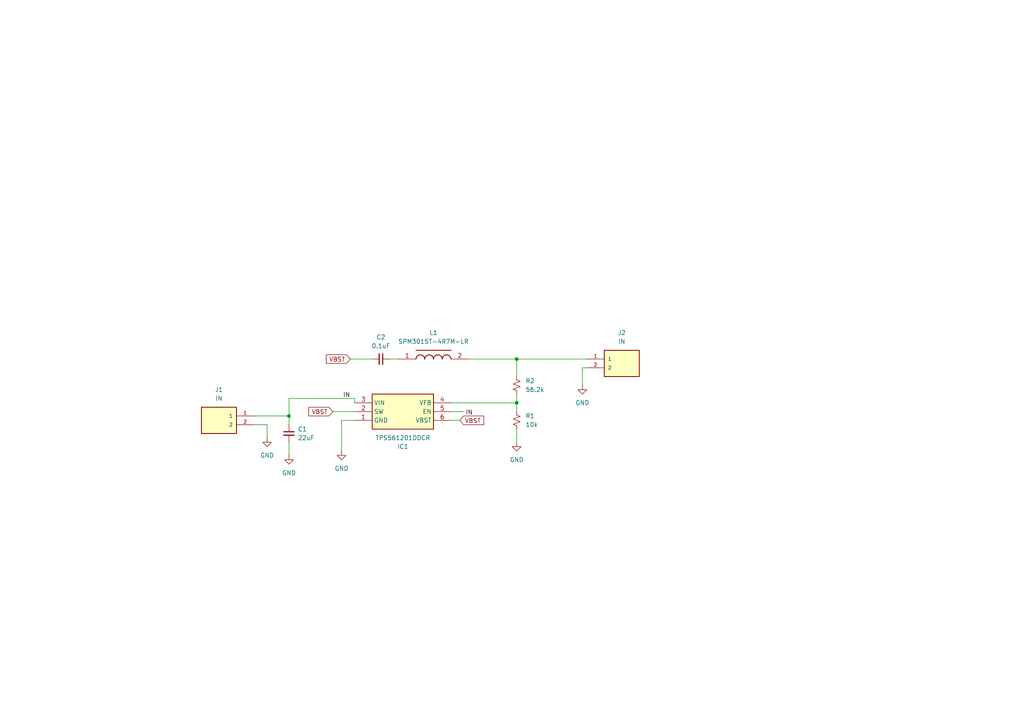
<source format=kicad_sch>
(kicad_sch
	(version 20250114)
	(generator "eeschema")
	(generator_version "9.0")
	(uuid "312815de-3602-4b5e-b476-fa3f1c6162bd")
	(paper "A4")
	(lib_symbols
		(symbol "Library:282834-2"
			(pin_names
				(offset 1.016)
			)
			(exclude_from_sim no)
			(in_bom yes)
			(on_board yes)
			(property "Reference" "J"
				(at -7.62 5.842 0)
				(effects
					(font
						(size 1.27 1.27)
					)
					(justify left bottom)
				)
			)
			(property "Value" "282834-2"
				(at -7.62 -5.08 0)
				(effects
					(font
						(size 1.27 1.27)
					)
					(justify left bottom)
				)
			)
			(property "Footprint" "282834-2:TE_282834-2"
				(at 0 0 0)
				(effects
					(font
						(size 1.27 1.27)
					)
					(justify bottom)
					(hide yes)
				)
			)
			(property "Datasheet" ""
				(at 0 0 0)
				(effects
					(font
						(size 1.27 1.27)
					)
					(hide yes)
				)
			)
			(property "Description" ""
				(at 0 0 0)
				(effects
					(font
						(size 1.27 1.27)
					)
					(hide yes)
				)
			)
			(property "MF" "buchanan te connectivity"
				(at 0 0 0)
				(effects
					(font
						(size 1.27 1.27)
					)
					(justify bottom)
					(hide yes)
				)
			)
			(property "MAXIMUM_PACKAGE_HEIGHT" "10 mm"
				(at 0 0 0)
				(effects
					(font
						(size 1.27 1.27)
					)
					(justify bottom)
					(hide yes)
				)
			)
			(property "Package" "None"
				(at 0 0 0)
				(effects
					(font
						(size 1.27 1.27)
					)
					(justify bottom)
					(hide yes)
				)
			)
			(property "Price" "None"
				(at 0 0 0)
				(effects
					(font
						(size 1.27 1.27)
					)
					(justify bottom)
					(hide yes)
				)
			)
			(property "Check_prices" "https://www.snapeda.com/parts/282834-2/Buchanan/view-part/?ref=eda"
				(at 0 0 0)
				(effects
					(font
						(size 1.27 1.27)
					)
					(justify bottom)
					(hide yes)
				)
			)
			(property "STANDARD" "Manufacturer Recommendations"
				(at 0 0 0)
				(effects
					(font
						(size 1.27 1.27)
					)
					(justify bottom)
					(hide yes)
				)
			)
			(property "PARTREV" "D"
				(at 0 0 0)
				(effects
					(font
						(size 1.27 1.27)
					)
					(justify bottom)
					(hide yes)
				)
			)
			(property "SnapEDA_Link" "https://www.snapeda.com/parts/282834-2/Buchanan/view-part/?ref=snap"
				(at 0 0 0)
				(effects
					(font
						(size 1.27 1.27)
					)
					(justify bottom)
					(hide yes)
				)
			)
			(property "MP" "282834-2"
				(at 0 0 0)
				(effects
					(font
						(size 1.27 1.27)
					)
					(justify bottom)
					(hide yes)
				)
			)
			(property "Description_1" "Terminal Block, Pcb, 2 Position, 30-16Awg; Pitch Spacing:2.54Mm; No. Of Positions:2Positions; Wire Size Awg Min:30Awg; Wire Size Awg Max:16Awg; Conductor Area Csa:1.4Mm ; Wire Connection Method:Screw; Rated Current:10A Rohs Compliant: Yes |Buchanan Te Connectivity 282834-2"
				(at 0 0 0)
				(effects
					(font
						(size 1.27 1.27)
					)
					(justify bottom)
					(hide yes)
				)
			)
			(property "MANUFACTURER" "TE Connectivity"
				(at 0 0 0)
				(effects
					(font
						(size 1.27 1.27)
					)
					(justify bottom)
					(hide yes)
				)
			)
			(property "Availability" "Not in stock"
				(at 0 0 0)
				(effects
					(font
						(size 1.27 1.27)
					)
					(justify bottom)
					(hide yes)
				)
			)
			(property "SNAPEDA_PN" "282834-2"
				(at 0 0 0)
				(effects
					(font
						(size 1.27 1.27)
					)
					(justify bottom)
					(hide yes)
				)
			)
			(symbol "282834-2_0_0"
				(rectangle
					(start -7.62 -2.54)
					(end 2.54 5.08)
					(stroke
						(width 0.254)
						(type default)
					)
					(fill
						(type background)
					)
				)
				(pin passive line
					(at 7.62 2.54 180)
					(length 5.08)
					(name "1"
						(effects
							(font
								(size 1.016 1.016)
							)
						)
					)
					(number "1"
						(effects
							(font
								(size 1.016 1.016)
							)
						)
					)
				)
				(pin passive line
					(at 7.62 0 180)
					(length 5.08)
					(name "2"
						(effects
							(font
								(size 1.016 1.016)
							)
						)
					)
					(number "2"
						(effects
							(font
								(size 1.016 1.016)
							)
						)
					)
				)
			)
			(embedded_fonts no)
		)
		(symbol "Library:C_Small"
			(pin_numbers
				(hide yes)
			)
			(pin_names
				(offset 0.254)
				(hide yes)
			)
			(exclude_from_sim no)
			(in_bom yes)
			(on_board yes)
			(property "Reference" "C"
				(at 0.254 1.778 0)
				(effects
					(font
						(size 1.27 1.27)
					)
					(justify left)
				)
			)
			(property "Value" "C_Small"
				(at 0.254 -2.032 0)
				(effects
					(font
						(size 1.27 1.27)
					)
					(justify left)
				)
			)
			(property "Footprint" ""
				(at 0 0 0)
				(effects
					(font
						(size 1.27 1.27)
					)
					(hide yes)
				)
			)
			(property "Datasheet" "~"
				(at 0 0 0)
				(effects
					(font
						(size 1.27 1.27)
					)
					(hide yes)
				)
			)
			(property "Description" "Unpolarized capacitor, small symbol"
				(at 0 0 0)
				(effects
					(font
						(size 1.27 1.27)
					)
					(hide yes)
				)
			)
			(property "ki_keywords" "capacitor cap"
				(at 0 0 0)
				(effects
					(font
						(size 1.27 1.27)
					)
					(hide yes)
				)
			)
			(property "ki_fp_filters" "C_*"
				(at 0 0 0)
				(effects
					(font
						(size 1.27 1.27)
					)
					(hide yes)
				)
			)
			(symbol "C_Small_0_1"
				(polyline
					(pts
						(xy -1.524 0.508) (xy 1.524 0.508)
					)
					(stroke
						(width 0.3048)
						(type default)
					)
					(fill
						(type none)
					)
				)
				(polyline
					(pts
						(xy -1.524 -0.508) (xy 1.524 -0.508)
					)
					(stroke
						(width 0.3302)
						(type default)
					)
					(fill
						(type none)
					)
				)
			)
			(symbol "C_Small_1_1"
				(pin passive line
					(at 0 2.54 270)
					(length 2.032)
					(name "~"
						(effects
							(font
								(size 1.27 1.27)
							)
						)
					)
					(number "1"
						(effects
							(font
								(size 1.27 1.27)
							)
						)
					)
				)
				(pin passive line
					(at 0 -2.54 90)
					(length 2.032)
					(name "~"
						(effects
							(font
								(size 1.27 1.27)
							)
						)
					)
					(number "2"
						(effects
							(font
								(size 1.27 1.27)
							)
						)
					)
				)
			)
			(embedded_fonts no)
		)
		(symbol "Library:GND"
			(power)
			(pin_numbers
				(hide yes)
			)
			(pin_names
				(offset 0)
				(hide yes)
			)
			(exclude_from_sim no)
			(in_bom yes)
			(on_board yes)
			(property "Reference" "#PWR"
				(at 0 -6.35 0)
				(effects
					(font
						(size 1.27 1.27)
					)
					(hide yes)
				)
			)
			(property "Value" "GND"
				(at 0 -3.81 0)
				(effects
					(font
						(size 1.27 1.27)
					)
				)
			)
			(property "Footprint" ""
				(at 0 0 0)
				(effects
					(font
						(size 1.27 1.27)
					)
					(hide yes)
				)
			)
			(property "Datasheet" ""
				(at 0 0 0)
				(effects
					(font
						(size 1.27 1.27)
					)
					(hide yes)
				)
			)
			(property "Description" "Power symbol creates a global label with name \"GND\" , ground"
				(at 0 0 0)
				(effects
					(font
						(size 1.27 1.27)
					)
					(hide yes)
				)
			)
			(property "ki_keywords" "global power"
				(at 0 0 0)
				(effects
					(font
						(size 1.27 1.27)
					)
					(hide yes)
				)
			)
			(symbol "GND_0_1"
				(polyline
					(pts
						(xy 0 0) (xy 0 -1.27) (xy 1.27 -1.27) (xy 0 -2.54) (xy -1.27 -1.27) (xy 0 -1.27)
					)
					(stroke
						(width 0)
						(type default)
					)
					(fill
						(type none)
					)
				)
			)
			(symbol "GND_1_1"
				(pin power_in line
					(at 0 0 270)
					(length 0)
					(name "~"
						(effects
							(font
								(size 1.27 1.27)
							)
						)
					)
					(number "1"
						(effects
							(font
								(size 1.27 1.27)
							)
						)
					)
				)
			)
			(embedded_fonts no)
		)
		(symbol "Library:R_Small_US"
			(pin_numbers
				(hide yes)
			)
			(pin_names
				(offset 0.254)
				(hide yes)
			)
			(exclude_from_sim no)
			(in_bom yes)
			(on_board yes)
			(property "Reference" "R"
				(at 0.762 0.508 0)
				(effects
					(font
						(size 1.27 1.27)
					)
					(justify left)
				)
			)
			(property "Value" "R_Small_US"
				(at 0.762 -1.016 0)
				(effects
					(font
						(size 1.27 1.27)
					)
					(justify left)
				)
			)
			(property "Footprint" ""
				(at 0 0 0)
				(effects
					(font
						(size 1.27 1.27)
					)
					(hide yes)
				)
			)
			(property "Datasheet" "~"
				(at 0 0 0)
				(effects
					(font
						(size 1.27 1.27)
					)
					(hide yes)
				)
			)
			(property "Description" "Resistor, small US symbol"
				(at 0 0 0)
				(effects
					(font
						(size 1.27 1.27)
					)
					(hide yes)
				)
			)
			(property "ki_keywords" "r resistor"
				(at 0 0 0)
				(effects
					(font
						(size 1.27 1.27)
					)
					(hide yes)
				)
			)
			(property "ki_fp_filters" "R_*"
				(at 0 0 0)
				(effects
					(font
						(size 1.27 1.27)
					)
					(hide yes)
				)
			)
			(symbol "R_Small_US_1_1"
				(polyline
					(pts
						(xy 0 1.524) (xy 1.016 1.143) (xy 0 0.762) (xy -1.016 0.381) (xy 0 0)
					)
					(stroke
						(width 0)
						(type default)
					)
					(fill
						(type none)
					)
				)
				(polyline
					(pts
						(xy 0 0) (xy 1.016 -0.381) (xy 0 -0.762) (xy -1.016 -1.143) (xy 0 -1.524)
					)
					(stroke
						(width 0)
						(type default)
					)
					(fill
						(type none)
					)
				)
				(pin passive line
					(at 0 2.54 270)
					(length 1.016)
					(name "~"
						(effects
							(font
								(size 1.27 1.27)
							)
						)
					)
					(number "1"
						(effects
							(font
								(size 1.27 1.27)
							)
						)
					)
				)
				(pin passive line
					(at 0 -2.54 90)
					(length 1.016)
					(name "~"
						(effects
							(font
								(size 1.27 1.27)
							)
						)
					)
					(number "2"
						(effects
							(font
								(size 1.27 1.27)
							)
						)
					)
				)
			)
			(embedded_fonts no)
		)
		(symbol "Library:SPM3015T-4R7M-LR"
			(pin_names
				(hide yes)
			)
			(exclude_from_sim no)
			(in_bom yes)
			(on_board yes)
			(property "Reference" "L"
				(at 16.51 6.35 0)
				(effects
					(font
						(size 1.27 1.27)
					)
					(justify left top)
				)
			)
			(property "Value" "SPM3015T-4R7M-LR"
				(at 16.51 3.81 0)
				(effects
					(font
						(size 1.27 1.27)
					)
					(justify left top)
				)
			)
			(property "Footprint" "SPM3010-3020"
				(at 16.51 -96.19 0)
				(effects
					(font
						(size 1.27 1.27)
					)
					(justify left top)
					(hide yes)
				)
			)
			(property "Datasheet" "https://product.tdk.com/system/files/dam/doc/product/inductor/inductor/smd/catalog/inductor_commercial_power_spm3015-lr_en.pdf"
				(at 16.51 -196.19 0)
				(effects
					(font
						(size 1.27 1.27)
					)
					(justify left top)
					(hide yes)
				)
			)
			(property "Description" "SMD / SMT Inductors (Coils), L=4.7?H, L x W x T :"
				(at 0 0 0)
				(effects
					(font
						(size 1.27 1.27)
					)
					(hide yes)
				)
			)
			(property "Height" ""
				(at 16.51 -396.19 0)
				(effects
					(font
						(size 1.27 1.27)
					)
					(justify left top)
					(hide yes)
				)
			)
			(property "Manufacturer_Name" "TDK"
				(at 16.51 -496.19 0)
				(effects
					(font
						(size 1.27 1.27)
					)
					(justify left top)
					(hide yes)
				)
			)
			(property "Manufacturer_Part_Number" "SPM3015T-4R7M-LR"
				(at 16.51 -596.19 0)
				(effects
					(font
						(size 1.27 1.27)
					)
					(justify left top)
					(hide yes)
				)
			)
			(property "Mouser Part Number" "810-SPM3015T4R7MLR"
				(at 16.51 -696.19 0)
				(effects
					(font
						(size 1.27 1.27)
					)
					(justify left top)
					(hide yes)
				)
			)
			(property "Mouser Price/Stock" "https://www.mouser.co.uk/ProductDetail/TDK/SPM3015T-4R7M-LR?qs=P8zzrVhehasUiys7exkb3g%3D%3D"
				(at 16.51 -796.19 0)
				(effects
					(font
						(size 1.27 1.27)
					)
					(justify left top)
					(hide yes)
				)
			)
			(property "Arrow Part Number" "SPM3015T-4R7M-LR"
				(at 16.51 -896.19 0)
				(effects
					(font
						(size 1.27 1.27)
					)
					(justify left top)
					(hide yes)
				)
			)
			(property "Arrow Price/Stock" "https://www.arrow.com/en/products/spm3015t-4r7m-lr/tdk?utm_currency=USD&region=nac"
				(at 16.51 -996.19 0)
				(effects
					(font
						(size 1.27 1.27)
					)
					(justify left top)
					(hide yes)
				)
			)
			(symbol "SPM3015T-4R7M-LR_1_1"
				(polyline
					(pts
						(xy 5.08 2.54) (xy 15.24 2.54)
					)
					(stroke
						(width 0.254)
						(type default)
					)
					(fill
						(type none)
					)
				)
				(arc
					(start 5.08 0)
					(mid 6.35 1.219)
					(end 7.62 0)
					(stroke
						(width 0.254)
						(type default)
					)
					(fill
						(type none)
					)
				)
				(arc
					(start 7.62 0)
					(mid 8.89 1.219)
					(end 10.16 0)
					(stroke
						(width 0.254)
						(type default)
					)
					(fill
						(type none)
					)
				)
				(arc
					(start 10.16 0)
					(mid 11.43 1.219)
					(end 12.7 0)
					(stroke
						(width 0.254)
						(type default)
					)
					(fill
						(type none)
					)
				)
				(arc
					(start 12.7 0)
					(mid 13.97 1.219)
					(end 15.24 0)
					(stroke
						(width 0.254)
						(type default)
					)
					(fill
						(type none)
					)
				)
				(pin passive line
					(at 0 0 0)
					(length 5.08)
					(name "1"
						(effects
							(font
								(size 1.27 1.27)
							)
						)
					)
					(number "1"
						(effects
							(font
								(size 1.27 1.27)
							)
						)
					)
				)
				(pin passive line
					(at 20.32 0 180)
					(length 5.08)
					(name "2"
						(effects
							(font
								(size 1.27 1.27)
							)
						)
					)
					(number "2"
						(effects
							(font
								(size 1.27 1.27)
							)
						)
					)
				)
			)
			(embedded_fonts no)
		)
		(symbol "Library:TPS561201DDCR"
			(exclude_from_sim no)
			(in_bom yes)
			(on_board yes)
			(property "Reference" "IC"
				(at 24.13 7.62 0)
				(effects
					(font
						(size 1.27 1.27)
					)
					(justify left top)
				)
			)
			(property "Value" "TPS561201DDCR"
				(at 24.13 5.08 0)
				(effects
					(font
						(size 1.27 1.27)
					)
					(justify left top)
				)
			)
			(property "Footprint" "SOT95P280X110-6N"
				(at 24.13 -94.92 0)
				(effects
					(font
						(size 1.27 1.27)
					)
					(justify left top)
					(hide yes)
				)
			)
			(property "Datasheet" "http://www.ti.com/lit/gpn/tps561201"
				(at 24.13 -194.92 0)
				(effects
					(font
						(size 1.27 1.27)
					)
					(justify left top)
					(hide yes)
				)
			)
			(property "Description" "4.5V to 17V Input, 1A Synchronous Step-Down Voltage Regulator in 6-pin SOT-23"
				(at 0 0 0)
				(effects
					(font
						(size 1.27 1.27)
					)
					(hide yes)
				)
			)
			(property "Height" "1.1"
				(at 24.13 -394.92 0)
				(effects
					(font
						(size 1.27 1.27)
					)
					(justify left top)
					(hide yes)
				)
			)
			(property "Manufacturer_Name" "Texas Instruments"
				(at 24.13 -494.92 0)
				(effects
					(font
						(size 1.27 1.27)
					)
					(justify left top)
					(hide yes)
				)
			)
			(property "Manufacturer_Part_Number" "TPS561201DDCR"
				(at 24.13 -594.92 0)
				(effects
					(font
						(size 1.27 1.27)
					)
					(justify left top)
					(hide yes)
				)
			)
			(property "Mouser Part Number" "595-TPS561201DDCR"
				(at 24.13 -694.92 0)
				(effects
					(font
						(size 1.27 1.27)
					)
					(justify left top)
					(hide yes)
				)
			)
			(property "Mouser Price/Stock" "https://www.mouser.co.uk/ProductDetail/Texas-Instruments/TPS561201DDCR?qs=5aG0NVq1C4ySUOSRQSt9MQ%3D%3D"
				(at 24.13 -794.92 0)
				(effects
					(font
						(size 1.27 1.27)
					)
					(justify left top)
					(hide yes)
				)
			)
			(property "Arrow Part Number" "TPS561201DDCR"
				(at 24.13 -894.92 0)
				(effects
					(font
						(size 1.27 1.27)
					)
					(justify left top)
					(hide yes)
				)
			)
			(property "Arrow Price/Stock" "https://www.arrow.com/en/products/tps561201ddcr/texas-instruments?utm_currency=USD&region=nac"
				(at 24.13 -994.92 0)
				(effects
					(font
						(size 1.27 1.27)
					)
					(justify left top)
					(hide yes)
				)
			)
			(symbol "TPS561201DDCR_1_1"
				(rectangle
					(start 5.08 2.54)
					(end 22.86 -7.62)
					(stroke
						(width 0.254)
						(type default)
					)
					(fill
						(type background)
					)
				)
				(pin passive line
					(at 0 0 0)
					(length 5.08)
					(name "GND"
						(effects
							(font
								(size 1.27 1.27)
							)
						)
					)
					(number "1"
						(effects
							(font
								(size 1.27 1.27)
							)
						)
					)
				)
				(pin passive line
					(at 0 -2.54 0)
					(length 5.08)
					(name "SW"
						(effects
							(font
								(size 1.27 1.27)
							)
						)
					)
					(number "2"
						(effects
							(font
								(size 1.27 1.27)
							)
						)
					)
				)
				(pin passive line
					(at 0 -5.08 0)
					(length 5.08)
					(name "VIN"
						(effects
							(font
								(size 1.27 1.27)
							)
						)
					)
					(number "3"
						(effects
							(font
								(size 1.27 1.27)
							)
						)
					)
				)
				(pin passive line
					(at 27.94 0 180)
					(length 5.08)
					(name "VBST"
						(effects
							(font
								(size 1.27 1.27)
							)
						)
					)
					(number "6"
						(effects
							(font
								(size 1.27 1.27)
							)
						)
					)
				)
				(pin passive line
					(at 27.94 -2.54 180)
					(length 5.08)
					(name "EN"
						(effects
							(font
								(size 1.27 1.27)
							)
						)
					)
					(number "5"
						(effects
							(font
								(size 1.27 1.27)
							)
						)
					)
				)
				(pin passive line
					(at 27.94 -5.08 180)
					(length 5.08)
					(name "VFB"
						(effects
							(font
								(size 1.27 1.27)
							)
						)
					)
					(number "4"
						(effects
							(font
								(size 1.27 1.27)
							)
						)
					)
				)
			)
			(embedded_fonts no)
		)
	)
	(junction
		(at 83.82 120.65)
		(diameter 0)
		(color 0 0 0 0)
		(uuid "22975c90-d409-4606-b33e-d5fe905b6299")
	)
	(junction
		(at 149.86 116.84)
		(diameter 0)
		(color 0 0 0 0)
		(uuid "43d62877-c4b0-4d94-b4fe-f20f9446a241")
	)
	(junction
		(at 149.86 104.14)
		(diameter 0)
		(color 0 0 0 0)
		(uuid "5bfb3bb6-62f5-46a4-96ff-e73a9968ff7f")
	)
	(wire
		(pts
			(xy 83.82 115.57) (xy 83.82 120.65)
		)
		(stroke
			(width 0)
			(type default)
		)
		(uuid "067d20fb-eb92-47a6-b486-615a0a6d5d5c")
	)
	(wire
		(pts
			(xy 149.86 114.3) (xy 149.86 116.84)
		)
		(stroke
			(width 0)
			(type default)
		)
		(uuid "1a86cfc8-5d16-4193-bfae-b2b5a8feb659")
	)
	(wire
		(pts
			(xy 170.18 106.68) (xy 168.91 106.68)
		)
		(stroke
			(width 0)
			(type default)
		)
		(uuid "2f901dda-bddf-4dfd-8dec-b4f8a9a441e7")
	)
	(wire
		(pts
			(xy 73.66 123.19) (xy 77.47 123.19)
		)
		(stroke
			(width 0)
			(type default)
		)
		(uuid "406d3cd4-2d59-40c7-955a-9bb6a88e3209")
	)
	(wire
		(pts
			(xy 130.81 119.38) (xy 134.62 119.38)
		)
		(stroke
			(width 0)
			(type default)
		)
		(uuid "480376cb-be7c-41ec-9944-ea0b5d7be761")
	)
	(wire
		(pts
			(xy 149.86 104.14) (xy 170.18 104.14)
		)
		(stroke
			(width 0)
			(type default)
		)
		(uuid "4a5d7991-67d3-4243-8067-af0829830787")
	)
	(wire
		(pts
			(xy 83.82 128.27) (xy 83.82 132.08)
		)
		(stroke
			(width 0)
			(type default)
		)
		(uuid "5790552e-c75b-4156-a346-0e00968490c4")
	)
	(wire
		(pts
			(xy 99.06 121.92) (xy 102.87 121.92)
		)
		(stroke
			(width 0)
			(type default)
		)
		(uuid "87ab9964-ef3f-4e24-90ae-23567dfb4927")
	)
	(wire
		(pts
			(xy 149.86 104.14) (xy 149.86 109.22)
		)
		(stroke
			(width 0)
			(type default)
		)
		(uuid "8e911da8-e188-4c7d-b2dc-7d99f343956f")
	)
	(wire
		(pts
			(xy 149.86 116.84) (xy 149.86 119.38)
		)
		(stroke
			(width 0)
			(type default)
		)
		(uuid "905b111d-b369-477e-a34a-3eb427a4e6dc")
	)
	(wire
		(pts
			(xy 101.6 104.14) (xy 107.95 104.14)
		)
		(stroke
			(width 0)
			(type default)
		)
		(uuid "9b5e2534-e068-4a76-a82e-0045ff0d199a")
	)
	(wire
		(pts
			(xy 99.06 121.92) (xy 99.06 130.81)
		)
		(stroke
			(width 0)
			(type default)
		)
		(uuid "9c514f3b-b589-4493-bde0-26352a72dca4")
	)
	(wire
		(pts
			(xy 73.66 120.65) (xy 83.82 120.65)
		)
		(stroke
			(width 0)
			(type default)
		)
		(uuid "9f5b5ca5-791c-4ffe-a753-6f277a6a45f0")
	)
	(wire
		(pts
			(xy 83.82 115.57) (xy 102.87 115.57)
		)
		(stroke
			(width 0)
			(type default)
		)
		(uuid "a3b4bb8b-9dad-4823-a576-44a3aa38b6a9")
	)
	(wire
		(pts
			(xy 149.86 124.46) (xy 149.86 128.27)
		)
		(stroke
			(width 0)
			(type default)
		)
		(uuid "a77a1ac6-ad3d-426c-a25a-857e91147a75")
	)
	(wire
		(pts
			(xy 96.52 119.38) (xy 102.87 119.38)
		)
		(stroke
			(width 0)
			(type default)
		)
		(uuid "acd5029e-fc75-4a9a-b688-b1a0441ea6a9")
	)
	(wire
		(pts
			(xy 130.81 116.84) (xy 149.86 116.84)
		)
		(stroke
			(width 0)
			(type default)
		)
		(uuid "b6d5fa72-48cf-461b-a075-46c29c7c7100")
	)
	(wire
		(pts
			(xy 77.47 123.19) (xy 77.47 127)
		)
		(stroke
			(width 0)
			(type default)
		)
		(uuid "b98a01be-963c-4319-b591-b3ca7471c456")
	)
	(wire
		(pts
			(xy 130.81 121.92) (xy 133.35 121.92)
		)
		(stroke
			(width 0)
			(type default)
		)
		(uuid "ce24713a-cab2-401b-980d-95a9fda7d1e8")
	)
	(wire
		(pts
			(xy 102.87 115.57) (xy 102.87 116.84)
		)
		(stroke
			(width 0)
			(type default)
		)
		(uuid "d169a60d-f532-4bd4-be7c-5e7cdd519f15")
	)
	(wire
		(pts
			(xy 168.91 106.68) (xy 168.91 111.76)
		)
		(stroke
			(width 0)
			(type default)
		)
		(uuid "d22bb338-89b3-4359-bf54-a7492ec5b48a")
	)
	(wire
		(pts
			(xy 113.03 104.14) (xy 115.57 104.14)
		)
		(stroke
			(width 0)
			(type default)
		)
		(uuid "d3c95268-a91d-40ad-9e7f-9c4e517fa721")
	)
	(wire
		(pts
			(xy 83.82 120.65) (xy 83.82 123.19)
		)
		(stroke
			(width 0)
			(type default)
		)
		(uuid "d8fc08f7-59fc-4aa5-a466-c85b34090cf7")
	)
	(wire
		(pts
			(xy 135.89 104.14) (xy 149.86 104.14)
		)
		(stroke
			(width 0)
			(type default)
		)
		(uuid "ff19256f-a5c6-4631-9394-14bdb0a2f40c")
	)
	(label "IN"
		(at 137.16 120.65 180)
		(effects
			(font
				(size 1.27 1.27)
			)
			(justify right bottom)
		)
		(uuid "a0c6c178-d23e-47a2-81ff-3fc1b635fc82")
	)
	(label "IN"
		(at 101.6 115.57 180)
		(effects
			(font
				(size 1.27 1.27)
			)
			(justify right bottom)
		)
		(uuid "b08b1e27-9d88-4c07-b321-d1082f48f34a")
	)
	(label ""
		(at 134.62 119.38 180)
		(effects
			(font
				(size 1.27 1.27)
			)
			(justify right bottom)
		)
		(uuid "f13b352d-6c8d-49c0-85ce-31f8238f63fe")
	)
	(global_label "VBST"
		(shape input)
		(at 101.6 104.14 180)
		(fields_autoplaced yes)
		(effects
			(font
				(size 1.27 1.27)
			)
			(justify right)
		)
		(uuid "086f4696-ea40-4407-b5fe-ccf03d3851bd")
		(property "Intersheetrefs" "${INTERSHEET_REFS}"
			(at 94.0791 104.14 0)
			(effects
				(font
					(size 1.27 1.27)
				)
				(justify right)
				(hide yes)
			)
		)
	)
	(global_label "VBST"
		(shape input)
		(at 96.52 119.38 180)
		(fields_autoplaced yes)
		(effects
			(font
				(size 1.27 1.27)
			)
			(justify right)
		)
		(uuid "12e4ecff-376d-49b9-bd22-f82eb8524f47")
		(property "Intersheetrefs" "${INTERSHEET_REFS}"
			(at 88.9991 119.38 0)
			(effects
				(font
					(size 1.27 1.27)
				)
				(justify right)
				(hide yes)
			)
		)
	)
	(global_label "VBST"
		(shape input)
		(at 133.35 121.92 0)
		(fields_autoplaced yes)
		(effects
			(font
				(size 1.27 1.27)
			)
			(justify left)
		)
		(uuid "d574cf91-4585-474a-ab4a-faeda4e73c47")
		(property "Intersheetrefs" "${INTERSHEET_REFS}"
			(at 140.8709 121.92 0)
			(effects
				(font
					(size 1.27 1.27)
				)
				(justify left)
				(hide yes)
			)
		)
	)
	(symbol
		(lib_id "Library:R_Small_US")
		(at 149.86 111.76 0)
		(unit 1)
		(exclude_from_sim no)
		(in_bom yes)
		(on_board yes)
		(dnp no)
		(fields_autoplaced yes)
		(uuid "0d968ddb-1be6-453f-b2b6-803c5136326e")
		(property "Reference" "R2"
			(at 152.4 110.4899 0)
			(effects
				(font
					(size 1.27 1.27)
				)
				(justify left)
			)
		)
		(property "Value" "56.2k"
			(at 152.4 113.0299 0)
			(effects
				(font
					(size 1.27 1.27)
				)
				(justify left)
			)
		)
		(property "Footprint" "Resistor_SMD:R_1210_3225Metric"
			(at 149.86 111.76 0)
			(effects
				(font
					(size 1.27 1.27)
				)
				(hide yes)
			)
		)
		(property "Datasheet" "~"
			(at 149.86 111.76 0)
			(effects
				(font
					(size 1.27 1.27)
				)
				(hide yes)
			)
		)
		(property "Description" "Resistor, small US symbol"
			(at 149.86 111.76 0)
			(effects
				(font
					(size 1.27 1.27)
				)
				(hide yes)
			)
		)
		(pin "1"
			(uuid "31124474-5067-42e6-b4a9-8db2eaa92806")
		)
		(pin "2"
			(uuid "9ccca14d-a09e-444d-9194-53d29070af0a")
		)
		(instances
			(project ""
				(path "/312815de-3602-4b5e-b476-fa3f1c6162bd"
					(reference "R2")
					(unit 1)
				)
			)
		)
	)
	(symbol
		(lib_id "Library:GND")
		(at 77.47 127 0)
		(unit 1)
		(exclude_from_sim no)
		(in_bom yes)
		(on_board yes)
		(dnp no)
		(fields_autoplaced yes)
		(uuid "2bcb199d-f2ad-413e-bd14-2547ace880dc")
		(property "Reference" "#PWR01"
			(at 77.47 133.35 0)
			(effects
				(font
					(size 1.27 1.27)
				)
				(hide yes)
			)
		)
		(property "Value" "GND"
			(at 77.47 132.08 0)
			(effects
				(font
					(size 1.27 1.27)
				)
			)
		)
		(property "Footprint" ""
			(at 77.47 127 0)
			(effects
				(font
					(size 1.27 1.27)
				)
				(hide yes)
			)
		)
		(property "Datasheet" ""
			(at 77.47 127 0)
			(effects
				(font
					(size 1.27 1.27)
				)
				(hide yes)
			)
		)
		(property "Description" "Power symbol creates a global label with name \"GND\" , ground"
			(at 77.47 127 0)
			(effects
				(font
					(size 1.27 1.27)
				)
				(hide yes)
			)
		)
		(pin "1"
			(uuid "59474b62-3aeb-410f-938b-7e2a349b9bdc")
		)
		(instances
			(project ""
				(path "/312815de-3602-4b5e-b476-fa3f1c6162bd"
					(reference "#PWR01")
					(unit 1)
				)
			)
		)
	)
	(symbol
		(lib_id "Library:GND")
		(at 149.86 128.27 0)
		(unit 1)
		(exclude_from_sim no)
		(in_bom yes)
		(on_board yes)
		(dnp no)
		(fields_autoplaced yes)
		(uuid "365ecc0d-d21c-4b6c-bcaa-e02f3a12d963")
		(property "Reference" "#PWR05"
			(at 149.86 134.62 0)
			(effects
				(font
					(size 1.27 1.27)
				)
				(hide yes)
			)
		)
		(property "Value" "GND"
			(at 149.86 133.35 0)
			(effects
				(font
					(size 1.27 1.27)
				)
			)
		)
		(property "Footprint" ""
			(at 149.86 128.27 0)
			(effects
				(font
					(size 1.27 1.27)
				)
				(hide yes)
			)
		)
		(property "Datasheet" ""
			(at 149.86 128.27 0)
			(effects
				(font
					(size 1.27 1.27)
				)
				(hide yes)
			)
		)
		(property "Description" "Power symbol creates a global label with name \"GND\" , ground"
			(at 149.86 128.27 0)
			(effects
				(font
					(size 1.27 1.27)
				)
				(hide yes)
			)
		)
		(pin "1"
			(uuid "241f6e59-94ef-4b22-ae0e-18a77977eb53")
		)
		(instances
			(project ""
				(path "/312815de-3602-4b5e-b476-fa3f1c6162bd"
					(reference "#PWR05")
					(unit 1)
				)
			)
		)
	)
	(symbol
		(lib_id "Library:C_Small")
		(at 83.82 125.73 0)
		(unit 1)
		(exclude_from_sim no)
		(in_bom yes)
		(on_board yes)
		(dnp no)
		(fields_autoplaced yes)
		(uuid "44843a35-7f85-435c-b12f-f2c541750820")
		(property "Reference" "C1"
			(at 86.36 124.4662 0)
			(effects
				(font
					(size 1.27 1.27)
				)
				(justify left)
			)
		)
		(property "Value" "22uF"
			(at 86.36 127.0062 0)
			(effects
				(font
					(size 1.27 1.27)
				)
				(justify left)
			)
		)
		(property "Footprint" "Capacitor_SMD:C_1210_3225Metric"
			(at 83.82 125.73 0)
			(effects
				(font
					(size 1.27 1.27)
				)
				(hide yes)
			)
		)
		(property "Datasheet" "~"
			(at 83.82 125.73 0)
			(effects
				(font
					(size 1.27 1.27)
				)
				(hide yes)
			)
		)
		(property "Description" "Unpolarized capacitor, small symbol"
			(at 83.82 125.73 0)
			(effects
				(font
					(size 1.27 1.27)
				)
				(hide yes)
			)
		)
		(pin "1"
			(uuid "70ea31d3-c30a-4210-b9bf-312a0dfdcc07")
		)
		(pin "2"
			(uuid "dcf774ec-2a17-4f0e-bd9c-eee0645c10fe")
		)
		(instances
			(project ""
				(path "/312815de-3602-4b5e-b476-fa3f1c6162bd"
					(reference "C1")
					(unit 1)
				)
			)
		)
	)
	(symbol
		(lib_id "Library:GND")
		(at 83.82 132.08 0)
		(unit 1)
		(exclude_from_sim no)
		(in_bom yes)
		(on_board yes)
		(dnp no)
		(fields_autoplaced yes)
		(uuid "4681e6c6-c323-4cb0-a4cd-c097d29cc0f8")
		(property "Reference" "#PWR02"
			(at 83.82 138.43 0)
			(effects
				(font
					(size 1.27 1.27)
				)
				(hide yes)
			)
		)
		(property "Value" "GND"
			(at 83.82 137.16 0)
			(effects
				(font
					(size 1.27 1.27)
				)
			)
		)
		(property "Footprint" ""
			(at 83.82 132.08 0)
			(effects
				(font
					(size 1.27 1.27)
				)
				(hide yes)
			)
		)
		(property "Datasheet" ""
			(at 83.82 132.08 0)
			(effects
				(font
					(size 1.27 1.27)
				)
				(hide yes)
			)
		)
		(property "Description" "Power symbol creates a global label with name \"GND\" , ground"
			(at 83.82 132.08 0)
			(effects
				(font
					(size 1.27 1.27)
				)
				(hide yes)
			)
		)
		(pin "1"
			(uuid "3f1f12b0-db01-4d5a-8ec3-812ef7a72870")
		)
		(instances
			(project "4xxx"
				(path "/312815de-3602-4b5e-b476-fa3f1c6162bd"
					(reference "#PWR02")
					(unit 1)
				)
			)
		)
	)
	(symbol
		(lib_id "Library:R_Small_US")
		(at 149.86 121.92 0)
		(unit 1)
		(exclude_from_sim no)
		(in_bom yes)
		(on_board yes)
		(dnp no)
		(fields_autoplaced yes)
		(uuid "4c38436b-4468-4269-b4bf-6f22730ea8cd")
		(property "Reference" "R1"
			(at 152.4 120.6499 0)
			(effects
				(font
					(size 1.27 1.27)
				)
				(justify left)
			)
		)
		(property "Value" "10k"
			(at 152.4 123.1899 0)
			(effects
				(font
					(size 1.27 1.27)
				)
				(justify left)
			)
		)
		(property "Footprint" "Resistor_SMD:R_1210_3225Metric"
			(at 149.86 121.92 0)
			(effects
				(font
					(size 1.27 1.27)
				)
				(hide yes)
			)
		)
		(property "Datasheet" "~"
			(at 149.86 121.92 0)
			(effects
				(font
					(size 1.27 1.27)
				)
				(hide yes)
			)
		)
		(property "Description" "Resistor, small US symbol"
			(at 149.86 121.92 0)
			(effects
				(font
					(size 1.27 1.27)
				)
				(hide yes)
			)
		)
		(pin "1"
			(uuid "86b5ae0b-69ea-4b8a-974d-77def9035d5f")
		)
		(pin "2"
			(uuid "1742d8ff-7143-46b3-b523-7eb42fb5d072")
		)
		(instances
			(project ""
				(path "/312815de-3602-4b5e-b476-fa3f1c6162bd"
					(reference "R1")
					(unit 1)
				)
			)
		)
	)
	(symbol
		(lib_id "Library:GND")
		(at 99.06 130.81 0)
		(unit 1)
		(exclude_from_sim no)
		(in_bom yes)
		(on_board yes)
		(dnp no)
		(fields_autoplaced yes)
		(uuid "5b6fb1b3-2791-48e1-82c6-99a0a2dd6ee3")
		(property "Reference" "#PWR03"
			(at 99.06 137.16 0)
			(effects
				(font
					(size 1.27 1.27)
				)
				(hide yes)
			)
		)
		(property "Value" "GND"
			(at 99.06 135.89 0)
			(effects
				(font
					(size 1.27 1.27)
				)
			)
		)
		(property "Footprint" ""
			(at 99.06 130.81 0)
			(effects
				(font
					(size 1.27 1.27)
				)
				(hide yes)
			)
		)
		(property "Datasheet" ""
			(at 99.06 130.81 0)
			(effects
				(font
					(size 1.27 1.27)
				)
				(hide yes)
			)
		)
		(property "Description" "Power symbol creates a global label with name \"GND\" , ground"
			(at 99.06 130.81 0)
			(effects
				(font
					(size 1.27 1.27)
				)
				(hide yes)
			)
		)
		(pin "1"
			(uuid "01a22038-fb43-477b-a343-69515065ae61")
		)
		(instances
			(project "4xxx"
				(path "/312815de-3602-4b5e-b476-fa3f1c6162bd"
					(reference "#PWR03")
					(unit 1)
				)
			)
		)
	)
	(symbol
		(lib_id "Library:C_Small")
		(at 110.49 104.14 270)
		(unit 1)
		(exclude_from_sim no)
		(in_bom yes)
		(on_board yes)
		(dnp no)
		(fields_autoplaced yes)
		(uuid "6a036bb8-56fe-4d9d-99eb-0cdb6a7d5586")
		(property "Reference" "C2"
			(at 110.4836 97.79 90)
			(effects
				(font
					(size 1.27 1.27)
				)
			)
		)
		(property "Value" "0.1uF"
			(at 110.4836 100.33 90)
			(effects
				(font
					(size 1.27 1.27)
				)
			)
		)
		(property "Footprint" "Capacitor_SMD:C_1210_3225Metric"
			(at 110.49 104.14 0)
			(effects
				(font
					(size 1.27 1.27)
				)
				(hide yes)
			)
		)
		(property "Datasheet" "~"
			(at 110.49 104.14 0)
			(effects
				(font
					(size 1.27 1.27)
				)
				(hide yes)
			)
		)
		(property "Description" "Unpolarized capacitor, small symbol"
			(at 110.49 104.14 0)
			(effects
				(font
					(size 1.27 1.27)
				)
				(hide yes)
			)
		)
		(pin "2"
			(uuid "b7c550f8-3447-4909-a6c5-85d1fd4ffa6a")
		)
		(pin "1"
			(uuid "cf4acd0a-d963-4593-9ce0-7f19570fc838")
		)
		(instances
			(project ""
				(path "/312815de-3602-4b5e-b476-fa3f1c6162bd"
					(reference "C2")
					(unit 1)
				)
			)
		)
	)
	(symbol
		(lib_id "Library:282834-2")
		(at 177.8 106.68 0)
		(mirror y)
		(unit 1)
		(exclude_from_sim no)
		(in_bom yes)
		(on_board yes)
		(dnp no)
		(uuid "6c3f3961-8cec-43ae-86e5-0a36ef4e9353")
		(property "Reference" "J2"
			(at 180.34 96.52 0)
			(effects
				(font
					(size 1.27 1.27)
				)
			)
		)
		(property "Value" "IN"
			(at 180.34 99.06 0)
			(effects
				(font
					(size 1.27 1.27)
				)
			)
		)
		(property "Footprint" "282834-2:282834-2_1"
			(at 177.8 106.68 0)
			(effects
				(font
					(size 1.27 1.27)
				)
				(justify bottom)
				(hide yes)
			)
		)
		(property "Datasheet" ""
			(at 177.8 106.68 0)
			(effects
				(font
					(size 1.27 1.27)
				)
				(hide yes)
			)
		)
		(property "Description" ""
			(at 177.8 106.68 0)
			(effects
				(font
					(size 1.27 1.27)
				)
				(hide yes)
			)
		)
		(property "MF" "buchanan te connectivity"
			(at 177.8 106.68 0)
			(effects
				(font
					(size 1.27 1.27)
				)
				(justify bottom)
				(hide yes)
			)
		)
		(property "MAXIMUM_PACKAGE_HEIGHT" "10 mm"
			(at 177.8 106.68 0)
			(effects
				(font
					(size 1.27 1.27)
				)
				(justify bottom)
				(hide yes)
			)
		)
		(property "Package" "None"
			(at 177.8 106.68 0)
			(effects
				(font
					(size 1.27 1.27)
				)
				(justify bottom)
				(hide yes)
			)
		)
		(property "Price" "None"
			(at 177.8 106.68 0)
			(effects
				(font
					(size 1.27 1.27)
				)
				(justify bottom)
				(hide yes)
			)
		)
		(property "Check_prices" "https://www.snapeda.com/parts/282834-2/Buchanan/view-part/?ref=eda"
			(at 177.8 106.68 0)
			(effects
				(font
					(size 1.27 1.27)
				)
				(justify bottom)
				(hide yes)
			)
		)
		(property "STANDARD" "Manufacturer Recommendations"
			(at 177.8 106.68 0)
			(effects
				(font
					(size 1.27 1.27)
				)
				(justify bottom)
				(hide yes)
			)
		)
		(property "PARTREV" "D"
			(at 177.8 106.68 0)
			(effects
				(font
					(size 1.27 1.27)
				)
				(justify bottom)
				(hide yes)
			)
		)
		(property "SnapEDA_Link" "https://www.snapeda.com/parts/282834-2/Buchanan/view-part/?ref=snap"
			(at 177.8 106.68 0)
			(effects
				(font
					(size 1.27 1.27)
				)
				(justify bottom)
				(hide yes)
			)
		)
		(property "MP" "282834-2"
			(at 177.8 106.68 0)
			(effects
				(font
					(size 1.27 1.27)
				)
				(justify bottom)
				(hide yes)
			)
		)
		(property "Description_1" "Terminal Block, Pcb, 2 Position, 30-16Awg; Pitch Spacing:2.54Mm; No. Of Positions:2Positions; Wire Size Awg Min:30Awg; Wire Size Awg Max:16Awg; Conductor Area Csa:1.4Mm ; Wire Connection Method:Screw; Rated Current:10A Rohs Compliant: Yes |Buchanan Te Connectivity 282834-2"
			(at 177.8 106.68 0)
			(effects
				(font
					(size 1.27 1.27)
				)
				(justify bottom)
				(hide yes)
			)
		)
		(property "MANUFACTURER" "TE Connectivity"
			(at 177.8 106.68 0)
			(effects
				(font
					(size 1.27 1.27)
				)
				(justify bottom)
				(hide yes)
			)
		)
		(property "Availability" "Not in stock"
			(at 177.8 106.68 0)
			(effects
				(font
					(size 1.27 1.27)
				)
				(justify bottom)
				(hide yes)
			)
		)
		(property "SNAPEDA_PN" "282834-2"
			(at 177.8 106.68 0)
			(effects
				(font
					(size 1.27 1.27)
				)
				(justify bottom)
				(hide yes)
			)
		)
		(pin "1"
			(uuid "8c505506-cd2c-4bbc-b1be-fbeb3560df4d")
		)
		(pin "2"
			(uuid "bdcf41f4-9ecf-4ad0-886d-0f9d615d6971")
		)
		(instances
			(project "4xxx"
				(path "/312815de-3602-4b5e-b476-fa3f1c6162bd"
					(reference "J2")
					(unit 1)
				)
			)
		)
	)
	(symbol
		(lib_id "Library:TPS561201DDCR")
		(at 102.87 121.92 0)
		(mirror x)
		(unit 1)
		(exclude_from_sim no)
		(in_bom yes)
		(on_board yes)
		(dnp no)
		(uuid "6d80ffba-5718-4dbc-885a-09efcf372744")
		(property "Reference" "IC1"
			(at 116.84 129.54 0)
			(effects
				(font
					(size 1.27 1.27)
				)
			)
		)
		(property "Value" "TPS561201DDCR"
			(at 116.84 127 0)
			(effects
				(font
					(size 1.27 1.27)
				)
			)
		)
		(property "Footprint" "KiCad:SOT95P280X110-6N"
			(at 127 27 0)
			(effects
				(font
					(size 1.27 1.27)
				)
				(justify left top)
				(hide yes)
			)
		)
		(property "Datasheet" "http://www.ti.com/lit/gpn/tps561201"
			(at 127 -73 0)
			(effects
				(font
					(size 1.27 1.27)
				)
				(justify left top)
				(hide yes)
			)
		)
		(property "Description" "4.5V to 17V Input, 1A Synchronous Step-Down Voltage Regulator in 6-pin SOT-23"
			(at 102.87 121.92 0)
			(effects
				(font
					(size 1.27 1.27)
				)
				(hide yes)
			)
		)
		(property "Height" "1.1"
			(at 127 -273 0)
			(effects
				(font
					(size 1.27 1.27)
				)
				(justify left top)
				(hide yes)
			)
		)
		(property "Manufacturer_Name" "Texas Instruments"
			(at 127 -373 0)
			(effects
				(font
					(size 1.27 1.27)
				)
				(justify left top)
				(hide yes)
			)
		)
		(property "Manufacturer_Part_Number" "TPS561201DDCR"
			(at 127 -473 0)
			(effects
				(font
					(size 1.27 1.27)
				)
				(justify left top)
				(hide yes)
			)
		)
		(property "Mouser Part Number" "595-TPS561201DDCR"
			(at 127 -573 0)
			(effects
				(font
					(size 1.27 1.27)
				)
				(justify left top)
				(hide yes)
			)
		)
		(property "Mouser Price/Stock" "https://www.mouser.co.uk/ProductDetail/Texas-Instruments/TPS561201DDCR?qs=5aG0NVq1C4ySUOSRQSt9MQ%3D%3D"
			(at 127 -673 0)
			(effects
				(font
					(size 1.27 1.27)
				)
				(justify left top)
				(hide yes)
			)
		)
		(property "Arrow Part Number" "TPS561201DDCR"
			(at 127 -773 0)
			(effects
				(font
					(size 1.27 1.27)
				)
				(justify left top)
				(hide yes)
			)
		)
		(property "Arrow Price/Stock" "https://www.arrow.com/en/products/tps561201ddcr/texas-instruments?utm_currency=USD&region=nac"
			(at 127 -873 0)
			(effects
				(font
					(size 1.27 1.27)
				)
				(justify left top)
				(hide yes)
			)
		)
		(pin "1"
			(uuid "c258d1b5-9b17-42d3-9540-f6f63660bb9e")
		)
		(pin "2"
			(uuid "67796b28-14b6-4000-9bbf-e7c249019fc4")
		)
		(pin "3"
			(uuid "7a471ad8-30cf-40a2-98db-74aaf3222a11")
		)
		(pin "6"
			(uuid "1e0b9bc7-69ac-48c8-b082-a4a60e6a2758")
		)
		(pin "4"
			(uuid "e7931f0f-afff-4b01-9071-9002efca7641")
		)
		(pin "5"
			(uuid "030345cc-6d17-4c21-9f0d-7b2357a49f0b")
		)
		(instances
			(project ""
				(path "/312815de-3602-4b5e-b476-fa3f1c6162bd"
					(reference "IC1")
					(unit 1)
				)
			)
		)
	)
	(symbol
		(lib_id "Library:SPM3015T-4R7M-LR")
		(at 115.57 104.14 0)
		(unit 1)
		(exclude_from_sim no)
		(in_bom yes)
		(on_board yes)
		(dnp no)
		(fields_autoplaced yes)
		(uuid "76d4f8ea-44a9-4c94-99fd-657e17d44b52")
		(property "Reference" "L1"
			(at 125.73 96.52 0)
			(effects
				(font
					(size 1.27 1.27)
				)
			)
		)
		(property "Value" "SPM3015T-4R7M-LR"
			(at 125.73 99.06 0)
			(effects
				(font
					(size 1.27 1.27)
				)
			)
		)
		(property "Footprint" "SPM3015T-4R7M-LR:SPM3010-3020"
			(at 132.08 200.33 0)
			(effects
				(font
					(size 1.27 1.27)
				)
				(justify left top)
				(hide yes)
			)
		)
		(property "Datasheet" "https://product.tdk.com/system/files/dam/doc/product/inductor/inductor/smd/catalog/inductor_commercial_power_spm3015-lr_en.pdf"
			(at 132.08 300.33 0)
			(effects
				(font
					(size 1.27 1.27)
				)
				(justify left top)
				(hide yes)
			)
		)
		(property "Description" "SMD / SMT Inductors (Coils), L=4.7?H, L x W x T :"
			(at 115.57 104.14 0)
			(effects
				(font
					(size 1.27 1.27)
				)
				(hide yes)
			)
		)
		(property "Height" ""
			(at 132.08 500.33 0)
			(effects
				(font
					(size 1.27 1.27)
				)
				(justify left top)
				(hide yes)
			)
		)
		(property "Manufacturer_Name" "TDK"
			(at 132.08 600.33 0)
			(effects
				(font
					(size 1.27 1.27)
				)
				(justify left top)
				(hide yes)
			)
		)
		(property "Manufacturer_Part_Number" "SPM3015T-4R7M-LR"
			(at 132.08 700.33 0)
			(effects
				(font
					(size 1.27 1.27)
				)
				(justify left top)
				(hide yes)
			)
		)
		(property "Mouser Part Number" "810-SPM3015T4R7MLR"
			(at 132.08 800.33 0)
			(effects
				(font
					(size 1.27 1.27)
				)
				(justify left top)
				(hide yes)
			)
		)
		(property "Mouser Price/Stock" "https://www.mouser.co.uk/ProductDetail/TDK/SPM3015T-4R7M-LR?qs=P8zzrVhehasUiys7exkb3g%3D%3D"
			(at 132.08 900.33 0)
			(effects
				(font
					(size 1.27 1.27)
				)
				(justify left top)
				(hide yes)
			)
		)
		(property "Arrow Part Number" "SPM3015T-4R7M-LR"
			(at 132.08 1000.33 0)
			(effects
				(font
					(size 1.27 1.27)
				)
				(justify left top)
				(hide yes)
			)
		)
		(property "Arrow Price/Stock" "https://www.arrow.com/en/products/spm3015t-4r7m-lr/tdk?utm_currency=USD&region=nac"
			(at 132.08 1100.33 0)
			(effects
				(font
					(size 1.27 1.27)
				)
				(justify left top)
				(hide yes)
			)
		)
		(pin "1"
			(uuid "1abc9fe1-cf03-48b2-ba3d-a7c49f3b1506")
		)
		(pin "2"
			(uuid "89d0a307-8eed-499a-879a-7ada5703ef20")
		)
		(instances
			(project ""
				(path "/312815de-3602-4b5e-b476-fa3f1c6162bd"
					(reference "L1")
					(unit 1)
				)
			)
		)
	)
	(symbol
		(lib_id "Library:282834-2")
		(at 66.04 123.19 0)
		(unit 1)
		(exclude_from_sim no)
		(in_bom yes)
		(on_board yes)
		(dnp no)
		(fields_autoplaced yes)
		(uuid "9a312928-527d-4337-951a-9f1f6bcfd25f")
		(property "Reference" "J1"
			(at 63.5 113.03 0)
			(effects
				(font
					(size 1.27 1.27)
				)
			)
		)
		(property "Value" "IN"
			(at 63.5 115.57 0)
			(effects
				(font
					(size 1.27 1.27)
				)
			)
		)
		(property "Footprint" "282834-2:282834-2_1"
			(at 66.04 123.19 0)
			(effects
				(font
					(size 1.27 1.27)
				)
				(justify bottom)
				(hide yes)
			)
		)
		(property "Datasheet" ""
			(at 66.04 123.19 0)
			(effects
				(font
					(size 1.27 1.27)
				)
				(hide yes)
			)
		)
		(property "Description" ""
			(at 66.04 123.19 0)
			(effects
				(font
					(size 1.27 1.27)
				)
				(hide yes)
			)
		)
		(property "MF" "buchanan te connectivity"
			(at 66.04 123.19 0)
			(effects
				(font
					(size 1.27 1.27)
				)
				(justify bottom)
				(hide yes)
			)
		)
		(property "MAXIMUM_PACKAGE_HEIGHT" "10 mm"
			(at 66.04 123.19 0)
			(effects
				(font
					(size 1.27 1.27)
				)
				(justify bottom)
				(hide yes)
			)
		)
		(property "Package" "None"
			(at 66.04 123.19 0)
			(effects
				(font
					(size 1.27 1.27)
				)
				(justify bottom)
				(hide yes)
			)
		)
		(property "Price" "None"
			(at 66.04 123.19 0)
			(effects
				(font
					(size 1.27 1.27)
				)
				(justify bottom)
				(hide yes)
			)
		)
		(property "Check_prices" "https://www.snapeda.com/parts/282834-2/Buchanan/view-part/?ref=eda"
			(at 66.04 123.19 0)
			(effects
				(font
					(size 1.27 1.27)
				)
				(justify bottom)
				(hide yes)
			)
		)
		(property "STANDARD" "Manufacturer Recommendations"
			(at 66.04 123.19 0)
			(effects
				(font
					(size 1.27 1.27)
				)
				(justify bottom)
				(hide yes)
			)
		)
		(property "PARTREV" "D"
			(at 66.04 123.19 0)
			(effects
				(font
					(size 1.27 1.27)
				)
				(justify bottom)
				(hide yes)
			)
		)
		(property "SnapEDA_Link" "https://www.snapeda.com/parts/282834-2/Buchanan/view-part/?ref=snap"
			(at 66.04 123.19 0)
			(effects
				(font
					(size 1.27 1.27)
				)
				(justify bottom)
				(hide yes)
			)
		)
		(property "MP" "282834-2"
			(at 66.04 123.19 0)
			(effects
				(font
					(size 1.27 1.27)
				)
				(justify bottom)
				(hide yes)
			)
		)
		(property "Description_1" "Terminal Block, Pcb, 2 Position, 30-16Awg; Pitch Spacing:2.54Mm; No. Of Positions:2Positions; Wire Size Awg Min:30Awg; Wire Size Awg Max:16Awg; Conductor Area Csa:1.4Mm ; Wire Connection Method:Screw; Rated Current:10A Rohs Compliant: Yes |Buchanan Te Connectivity 282834-2"
			(at 66.04 123.19 0)
			(effects
				(font
					(size 1.27 1.27)
				)
				(justify bottom)
				(hide yes)
			)
		)
		(property "MANUFACTURER" "TE Connectivity"
			(at 66.04 123.19 0)
			(effects
				(font
					(size 1.27 1.27)
				)
				(justify bottom)
				(hide yes)
			)
		)
		(property "Availability" "Not in stock"
			(at 66.04 123.19 0)
			(effects
				(font
					(size 1.27 1.27)
				)
				(justify bottom)
				(hide yes)
			)
		)
		(property "SNAPEDA_PN" "282834-2"
			(at 66.04 123.19 0)
			(effects
				(font
					(size 1.27 1.27)
				)
				(justify bottom)
				(hide yes)
			)
		)
		(pin "1"
			(uuid "ebe91d55-330f-41c7-b464-6eac2e0bebb7")
		)
		(pin "2"
			(uuid "34509af4-afeb-422e-b03d-af3f60818be4")
		)
		(instances
			(project ""
				(path "/312815de-3602-4b5e-b476-fa3f1c6162bd"
					(reference "J1")
					(unit 1)
				)
			)
		)
	)
	(symbol
		(lib_id "Library:GND")
		(at 168.91 111.76 0)
		(unit 1)
		(exclude_from_sim no)
		(in_bom yes)
		(on_board yes)
		(dnp no)
		(fields_autoplaced yes)
		(uuid "e74d5600-a619-49f8-b121-2de6587e345d")
		(property "Reference" "#PWR04"
			(at 168.91 118.11 0)
			(effects
				(font
					(size 1.27 1.27)
				)
				(hide yes)
			)
		)
		(property "Value" "GND"
			(at 168.91 116.84 0)
			(effects
				(font
					(size 1.27 1.27)
				)
			)
		)
		(property "Footprint" ""
			(at 168.91 111.76 0)
			(effects
				(font
					(size 1.27 1.27)
				)
				(hide yes)
			)
		)
		(property "Datasheet" ""
			(at 168.91 111.76 0)
			(effects
				(font
					(size 1.27 1.27)
				)
				(hide yes)
			)
		)
		(property "Description" "Power symbol creates a global label with name \"GND\" , ground"
			(at 168.91 111.76 0)
			(effects
				(font
					(size 1.27 1.27)
				)
				(hide yes)
			)
		)
		(pin "1"
			(uuid "95acdc10-0de6-4f6d-ade3-9694d2dfee52")
		)
		(instances
			(project "4xxx"
				(path "/312815de-3602-4b5e-b476-fa3f1c6162bd"
					(reference "#PWR04")
					(unit 1)
				)
			)
		)
	)
	(sheet_instances
		(path "/"
			(page "1")
		)
	)
	(embedded_fonts no)
)

</source>
